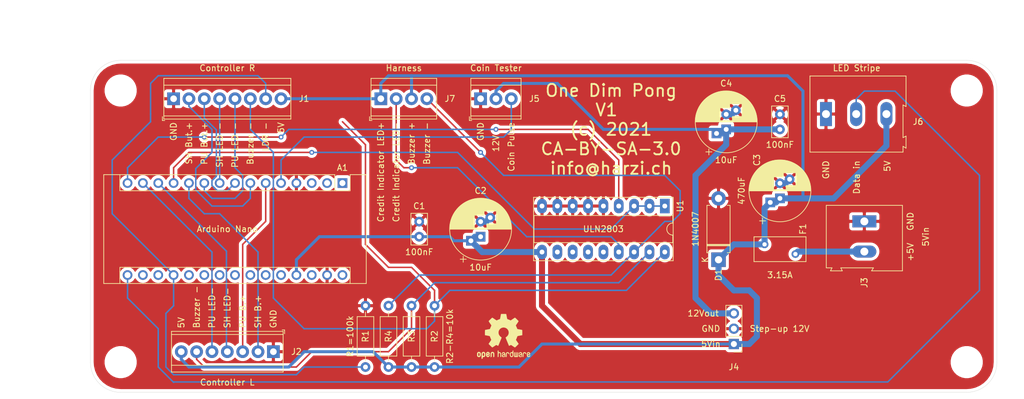
<source format=kicad_pcb>
(kicad_pcb (version 20171130) (host pcbnew 5.1.9+dfsg1-1)
  (layers (0 F.Cu signal) (31 B.Cu signal) (34 B.Paste user) (35 F.Paste user) (36 B.SilkS user) (37 F.SilkS user) (38 B.Mask user) (39 F.Mask user) (44 Edge.Cuts user))
  (net 0 "")
  (net 1 "Net-(A1-Pad16)")
  (net 2 "Net-(A1-Pad15)")
  (net 3 "Net-(A1-Pad30)")
  (net 4 "Net-(A1-Pad14)")
  (net 5 GND)
  (net 6 "Net-(A1-Pad13)")
  (net 7 "Net-(A1-Pad28)")
  (net 8 "Net-(A1-Pad12)")
  (net 9 +5V)
  (net 10 "Net-(A1-Pad11)")
  (net 11 "Net-(A1-Pad26)")
  (net 12 "Net-(A1-Pad10)")
  (net 13 "Net-(A1-Pad25)")
  (net 14 "Net-(A1-Pad9)")
  (net 15 "Net-(A1-Pad24)")
  (net 16 "Net-(A1-Pad8)")
  (net 17 "Net-(A1-Pad23)")
  (net 18 "Net-(A1-Pad7)")
  (net 19 "Net-(A1-Pad22)")
  (net 20 "Net-(A1-Pad6)")
  (net 21 "Net-(A1-Pad21)")
  (net 22 "Net-(A1-Pad5)")
  (net 23 "Net-(A1-Pad20)")
  (net 24 "Net-(A1-Pad19)")
  (net 25 "Net-(A1-Pad3)")
  (net 26 "Net-(A1-Pad18)")
  (net 27 "Net-(A1-Pad2)")
  (net 28 "Net-(A1-Pad17)")
  (net 29 "Net-(A1-Pad1)")
  (net 30 "Net-(C4-Pad1)")
  (net 31 "Net-(J1-Pad6)")
  (net 32 "Net-(J2-Pad6)")
  (net 33 "Net-(J7-Pad4)")
  (net 34 "Net-(J7-Pad2)")
  (net 35 "Net-(U1-Pad14)")
  (net 36 "Net-(U1-Pad13)")
  (net 37 "Net-(U1-Pad12)")
  (net 38 "Net-(U1-Pad11)")
  (net 39 "Net-(F1-Pad2)")
  (module Fuse:Fuse_BelFuse_0ZRE0008FF_L8.3mm_W3.8mm (layer F.Cu) (at 187.96 99.06)
    (fp_text reference F1 (at 6.35 -2.54 90) (layer F.SilkS))
    (fp_text value 3.15A (at 2.54 5.08) (layer F.SilkS))
    (pad 1 thru_hole circle (at 0 0) (size 1.27 1.27) (drill 0.71) (layers *.Cu *.Mask) (net 9 +5V))
    (pad 2 thru_hole circle (at 5.1 1.6) (size 1.27 1.27) (drill 0.71) (layers *.Cu *.Mask) (net 39 "Net-(F1-Pad2)"))
  )
  (module Diode_THT:D_DO-15_P10.16mm_Horizontal (layer F.Cu) (at 180.34 101.6 90)
    (fp_text reference D1 (at -2.54 0 90) (layer F.SilkS))
    (fp_text value 1N4007 (at 5.08 -3.81 90) (layer F.SilkS))
    (fp_text user K (at 0 -2.2 90) (layer F.SilkS))
    (pad 2 thru_hole oval (at 10.16 0 90) (size 2.4 2.4) (drill 1.2) (layers *.Cu *.Mask) (net 5 GND))
    (pad 1 thru_hole rect (at 0 0 90) (size 2.4 2.4) (drill 1.2) (layers *.Cu *.Mask) (net 9 +5V))
  )
  (module Symbol:OSHW-Logo2_9.8x8mm_SilkScreen (layer F.Cu) (at 144.78 114.3)
    (fp_text reference REF** hide)
    (fp_text value OSHW-Logo2_9.8x8mm_SilkScreen hide)
  )
  (module TerminalBlock:TerminalBlock_Altech_AK300-2_P5.00mm (layer F.Cu) (at 204.47 95.25 270)
    (fp_text reference J3 (at 10.16 0 90) (layer F.SilkS))
    (fp_text value 5Vin (at 2.54 -10.16 90) (layer F.SilkS))
    (pad 2 thru_hole oval (at 5 0 270) (size 1.98 3.96) (drill 1.32) (layers *.Cu *.Mask) (net 39 "Net-(F1-Pad2)"))
    (pad 1 thru_hole rect (at 0 0 270) (size 1.98 3.96) (drill 1.32) (layers *.Cu *.Mask) (net 5 GND))
  )
  (module Capacitor_THT:CP_Radial_D10.0mm_P2.50mm_P5.00mm (layer F.Cu) (at 190.5 91.44 90)
    (fp_text reference C3 (at 6.35 -3.81 270) (layer F.SilkS))
    (fp_text value 470uF)
    (pad 2 thru_hole circle (at 3.170937 1.6 90) (size 1.6 1.6) (drill 0.8) (layers *.Cu *.Mask) (net 5 GND))
    (pad 1 thru_hole rect (at -0.670937 -1.6 90) (size 1.6 1.6) (drill 0.8) (layers *.Cu *.Mask) (net 9 +5V))
    (pad 2 thru_hole circle (at 2.5 0 90) (size 1.6 1.6) (drill 0.8) (layers *.Cu *.Mask) (net 5 GND))
    (pad 1 thru_hole rect (at 0 0 90) (size 1.6 1.6) (drill 0.8) (layers *.Cu *.Mask) (net 9 +5V))
  )
  (module TerminalBlock_TE-Connectivity:TerminalBlock_TE_282834-4_1x04_P2.54mm_Horizontal (layer F.Cu) (at 124.46 74.93)
    (fp_text reference J7 (at 11.43 0) (layer F.SilkS))
    (fp_text value Harness (at 3.81 -5.08) (layer F.SilkS))
    (pad 4 thru_hole circle (at 7.62 0) (size 2.1 2.1) (drill 1.1) (layers *.Cu *.Mask) (net 33 "Net-(J7-Pad4)"))
    (pad 3 thru_hole circle (at 5.08 0) (size 2.1 2.1) (drill 1.1) (layers *.Cu *.Mask) (net 9 +5V))
    (pad 2 thru_hole circle (at 2.54 0) (size 2.1 2.1) (drill 1.1) (layers *.Cu *.Mask) (net 34 "Net-(J7-Pad2)"))
    (pad 1 thru_hole rect (at 0 0) (size 2.1 2.1) (drill 1.1) (layers *.Cu *.Mask) (net 9 +5V))
  )
  (module Module:Arduino_Nano (layer F.Cu) (at 118.11 88.9 270)
    (fp_text reference A1 (at -2.54 0 180) (layer F.SilkS))
    (fp_text value Arduino_Nano_v3.x)
    (pad 16 thru_hole oval (at 15.24 35.56 270) (size 1.6 1.6) (drill 1) (layers *.Cu *.Mask) (net 1 "Net-(A1-Pad16)"))
    (pad 15 thru_hole oval (at 0 35.56 270) (size 1.6 1.6) (drill 1) (layers *.Cu *.Mask) (net 2 "Net-(A1-Pad15)"))
    (pad 30 thru_hole oval (at 15.24 0 270) (size 1.6 1.6) (drill 1) (layers *.Cu *.Mask) (net 3 "Net-(A1-Pad30)"))
    (pad 14 thru_hole oval (at 0 33.02 270) (size 1.6 1.6) (drill 1) (layers *.Cu *.Mask) (net 4 "Net-(A1-Pad14)"))
    (pad 29 thru_hole oval (at 15.24 2.54 270) (size 1.6 1.6) (drill 1) (layers *.Cu *.Mask) (net 5 GND))
    (pad 13 thru_hole oval (at 0 30.48 270) (size 1.6 1.6) (drill 1) (layers *.Cu *.Mask) (net 6 "Net-(A1-Pad13)"))
    (pad 28 thru_hole oval (at 15.24 5.08 270) (size 1.6 1.6) (drill 1) (layers *.Cu *.Mask) (net 7 "Net-(A1-Pad28)"))
    (pad 12 thru_hole oval (at 0 27.94 270) (size 1.6 1.6) (drill 1) (layers *.Cu *.Mask) (net 8 "Net-(A1-Pad12)"))
    (pad 27 thru_hole oval (at 15.24 7.62 270) (size 1.6 1.6) (drill 1) (layers *.Cu *.Mask) (net 9 +5V))
    (pad 11 thru_hole oval (at 0 25.4 270) (size 1.6 1.6) (drill 1) (layers *.Cu *.Mask) (net 10 "Net-(A1-Pad11)"))
    (pad 26 thru_hole oval (at 15.24 10.16 270) (size 1.6 1.6) (drill 1) (layers *.Cu *.Mask) (net 11 "Net-(A1-Pad26)"))
    (pad 10 thru_hole oval (at 0 22.86 270) (size 1.6 1.6) (drill 1) (layers *.Cu *.Mask) (net 12 "Net-(A1-Pad10)"))
    (pad 25 thru_hole oval (at 15.24 12.7 270) (size 1.6 1.6) (drill 1) (layers *.Cu *.Mask) (net 13 "Net-(A1-Pad25)"))
    (pad 9 thru_hole oval (at 0 20.32 270) (size 1.6 1.6) (drill 1) (layers *.Cu *.Mask) (net 14 "Net-(A1-Pad9)"))
    (pad 24 thru_hole oval (at 15.24 15.24 270) (size 1.6 1.6) (drill 1) (layers *.Cu *.Mask) (net 15 "Net-(A1-Pad24)"))
    (pad 8 thru_hole oval (at 0 17.78 270) (size 1.6 1.6) (drill 1) (layers *.Cu *.Mask) (net 16 "Net-(A1-Pad8)"))
    (pad 23 thru_hole oval (at 15.24 17.78 270) (size 1.6 1.6) (drill 1) (layers *.Cu *.Mask) (net 17 "Net-(A1-Pad23)"))
    (pad 7 thru_hole oval (at 0 15.24 270) (size 1.6 1.6) (drill 1) (layers *.Cu *.Mask) (net 18 "Net-(A1-Pad7)"))
    (pad 22 thru_hole oval (at 15.24 20.32 270) (size 1.6 1.6) (drill 1) (layers *.Cu *.Mask) (net 19 "Net-(A1-Pad22)"))
    (pad 6 thru_hole oval (at 0 12.7 270) (size 1.6 1.6) (drill 1) (layers *.Cu *.Mask) (net 20 "Net-(A1-Pad6)"))
    (pad 21 thru_hole oval (at 15.24 22.86 270) (size 1.6 1.6) (drill 1) (layers *.Cu *.Mask) (net 21 "Net-(A1-Pad21)"))
    (pad 5 thru_hole oval (at 0 10.16 270) (size 1.6 1.6) (drill 1) (layers *.Cu *.Mask) (net 22 "Net-(A1-Pad5)"))
    (pad 20 thru_hole oval (at 15.24 25.4 270) (size 1.6 1.6) (drill 1) (layers *.Cu *.Mask) (net 23 "Net-(A1-Pad20)"))
    (pad 4 thru_hole oval (at 0 7.62 270) (size 1.6 1.6) (drill 1) (layers *.Cu *.Mask) (net 5 GND))
    (pad 19 thru_hole oval (at 15.24 27.94 270) (size 1.6 1.6) (drill 1) (layers *.Cu *.Mask) (net 24 "Net-(A1-Pad19)"))
    (pad 3 thru_hole oval (at 0 5.08 270) (size 1.6 1.6) (drill 1) (layers *.Cu *.Mask) (net 25 "Net-(A1-Pad3)"))
    (pad 18 thru_hole oval (at 15.24 30.48 270) (size 1.6 1.6) (drill 1) (layers *.Cu *.Mask) (net 26 "Net-(A1-Pad18)"))
    (pad 2 thru_hole oval (at 0 2.54 270) (size 1.6 1.6) (drill 1) (layers *.Cu *.Mask) (net 27 "Net-(A1-Pad2)"))
    (pad 17 thru_hole oval (at 15.24 33.02 270) (size 1.6 1.6) (drill 1) (layers *.Cu *.Mask) (net 28 "Net-(A1-Pad17)"))
    (pad 1 thru_hole rect (at 0 0 270) (size 1.6 1.6) (drill 1) (layers *.Cu *.Mask) (net 29 "Net-(A1-Pad1)"))
  )
  (module MountingHole:MountingHole_4.3mm_M4 (layer F.Cu) (at 221.41 73.57)
    (fp_text reference REF** hide)
    (fp_text value MountingHole_4.3mm_M4)
    (pad 1 np_thru_hole circle (at 0 0) (size 4.3 4.3) (drill 4.3) (layers *.Cu *.Mask))
  )
  (module MountingHole:MountingHole_4.3mm_M4 (layer F.Cu) (at 81.41 73.57)
    (fp_text reference REF** hide)
    (fp_text value MountingHole_4.3mm_M4)
    (pad 1 np_thru_hole circle (at 0 0) (size 4.3 4.3) (drill 4.3) (layers *.Cu *.Mask))
  )
  (module MountingHole:MountingHole_4.3mm_M4 (layer F.Cu) (at 221.41 118.57)
    (fp_text reference REF** hide)
    (fp_text value MountingHole_4.3mm_M4)
    (pad 1 np_thru_hole circle (at 0 0) (size 4.3 4.3) (drill 4.3) (layers *.Cu *.Mask))
  )
  (module MountingHole:MountingHole_4.3mm_M4 (layer F.Cu) (at 81.41 118.57)
    (fp_text reference REF** hide)
    (fp_text value MountingHole_4.3mm_M4)
    (pad 1 np_thru_hole circle (at 0 0) (size 4.3 4.3) (drill 4.3) (layers *.Cu *.Mask))
  )
  (module Package_DIP:DIP-18_W7.62mm_Socket_LongPads (layer F.Cu) (at 171.45 92.71 270)
    (fp_text reference U1 (at 0 -2.54 90) (layer F.SilkS))
    (fp_text value ULN2803A)
    (pad 18 thru_hole oval (at 7.62 0 270) (size 2.4 1.6) (drill 0.8) (layers *.Cu *.Mask) (net 31 "Net-(J1-Pad6)"))
    (pad 9 thru_hole oval (at 0 20.32 270) (size 2.4 1.6) (drill 0.8) (layers *.Cu *.Mask) (net 5 GND))
    (pad 17 thru_hole oval (at 7.62 2.54 270) (size 2.4 1.6) (drill 0.8) (layers *.Cu *.Mask) (net 32 "Net-(J2-Pad6)"))
    (pad 8 thru_hole oval (at 0 17.78 270) (size 2.4 1.6) (drill 0.8) (layers *.Cu *.Mask) (net 5 GND))
    (pad 16 thru_hole oval (at 7.62 5.08 270) (size 2.4 1.6) (drill 0.8) (layers *.Cu *.Mask) (net 33 "Net-(J7-Pad4)"))
    (pad 7 thru_hole oval (at 0 15.24 270) (size 2.4 1.6) (drill 0.8) (layers *.Cu *.Mask) (net 5 GND))
    (pad 15 thru_hole oval (at 7.62 7.62 270) (size 2.4 1.6) (drill 0.8) (layers *.Cu *.Mask) (net 34 "Net-(J7-Pad2)"))
    (pad 6 thru_hole oval (at 0 12.7 270) (size 2.4 1.6) (drill 0.8) (layers *.Cu *.Mask) (net 5 GND))
    (pad 14 thru_hole oval (at 7.62 10.16 270) (size 2.4 1.6) (drill 0.8) (layers *.Cu *.Mask) (net 35 "Net-(U1-Pad14)"))
    (pad 5 thru_hole oval (at 0 10.16 270) (size 2.4 1.6) (drill 0.8) (layers *.Cu *.Mask) (net 5 GND))
    (pad 13 thru_hole oval (at 7.62 12.7 270) (size 2.4 1.6) (drill 0.8) (layers *.Cu *.Mask) (net 36 "Net-(U1-Pad13)"))
    (pad 4 thru_hole oval (at 0 7.62 270) (size 2.4 1.6) (drill 0.8) (layers *.Cu *.Mask) (net 2 "Net-(A1-Pad15)"))
    (pad 12 thru_hole oval (at 7.62 15.24 270) (size 2.4 1.6) (drill 0.8) (layers *.Cu *.Mask) (net 37 "Net-(U1-Pad12)"))
    (pad 3 thru_hole oval (at 0 5.08 270) (size 2.4 1.6) (drill 0.8) (layers *.Cu *.Mask) (net 8 "Net-(A1-Pad12)"))
    (pad 11 thru_hole oval (at 7.62 17.78 270) (size 2.4 1.6) (drill 0.8) (layers *.Cu *.Mask) (net 38 "Net-(U1-Pad11)"))
    (pad 2 thru_hole oval (at 0 2.54 270) (size 2.4 1.6) (drill 0.8) (layers *.Cu *.Mask) (net 8 "Net-(A1-Pad12)"))
    (pad 10 thru_hole oval (at 7.62 20.32 270) (size 2.4 1.6) (drill 0.8) (layers *.Cu *.Mask) (net 9 +5V))
    (pad 1 thru_hole rect (at 0 0 270) (size 2.4 1.6) (drill 0.8) (layers *.Cu *.Mask) (net 8 "Net-(A1-Pad12)"))
  )
  (module Resistor_THT:R_Axial_DIN0207_L6.3mm_D2.5mm_P10.16mm_Horizontal (layer F.Cu) (at 125.73 109.22 270)
    (fp_text reference R4 (at 5.08 0 90) (layer F.SilkS))
    (fp_text value 10k)
    (pad 2 thru_hole oval (at 10.16 0 270) (size 1.6 1.6) (drill 0.8) (layers *.Cu *.Mask) (net 9 +5V))
    (pad 1 thru_hole circle (at 0 0 270) (size 1.6 1.6) (drill 0.8) (layers *.Cu *.Mask) (net 33 "Net-(J7-Pad4)"))
  )
  (module Resistor_THT:R_Axial_DIN0207_L6.3mm_D2.5mm_P10.16mm_Horizontal (layer F.Cu) (at 129.54 109.22 270)
    (fp_text reference R3 (at 5.08 0 90) (layer F.SilkS))
    (fp_text value 10k)
    (pad 2 thru_hole oval (at 10.16 0 270) (size 1.6 1.6) (drill 0.8) (layers *.Cu *.Mask) (net 9 +5V))
    (pad 1 thru_hole circle (at 0 0 270) (size 1.6 1.6) (drill 0.8) (layers *.Cu *.Mask) (net 32 "Net-(J2-Pad6)"))
  )
  (module Resistor_THT:R_Axial_DIN0207_L6.3mm_D2.5mm_P10.16mm_Horizontal (layer F.Cu) (at 133.35 109.22 270)
    (fp_text reference R2 (at 5.08 0 90) (layer F.SilkS))
    (fp_text value 10k)
    (pad 2 thru_hole oval (at 10.16 0 270) (size 1.6 1.6) (drill 0.8) (layers *.Cu *.Mask) (net 9 +5V))
    (pad 1 thru_hole circle (at 0 0 270) (size 1.6 1.6) (drill 0.8) (layers *.Cu *.Mask) (net 31 "Net-(J1-Pad6)"))
  )
  (module Resistor_THT:R_Axial_DIN0207_L6.3mm_D2.5mm_P10.16mm_Horizontal (layer F.Cu) (at 121.92 119.38 90)
    (fp_text reference R1 (at 5.08 0 90) (layer F.SilkS))
    (fp_text value 100k)
    (pad 2 thru_hole oval (at 10.16 0 90) (size 1.6 1.6) (drill 0.8) (layers *.Cu *.Mask) (net 5 GND))
    (pad 1 thru_hole circle (at 0 0 90) (size 1.6 1.6) (drill 0.8) (layers *.Cu *.Mask) (net 24 "Net-(A1-Pad19)"))
  )
  (module TerminalBlock:TerminalBlock_Altech_AK300-3_P5.00mm (layer F.Cu) (at 198.12 77.47)
    (fp_text reference J6 (at 15.24 1.27) (layer F.SilkS))
    (fp_text value "LED Stripe" (at 5.08 -7.62) (layer F.SilkS))
    (pad 3 thru_hole oval (at 10 0) (size 1.98 3.96) (drill 1.32) (layers *.Cu *.Mask) (net 9 +5V))
    (pad 2 thru_hole oval (at 5 0) (size 1.98 3.96) (drill 1.32) (layers *.Cu *.Mask) (net 1 "Net-(A1-Pad16)"))
    (pad 1 thru_hole rect (at 0 0) (size 1.98 3.96) (drill 1.32) (layers *.Cu *.Mask) (net 5 GND))
  )
  (module TerminalBlock_TE-Connectivity:TerminalBlock_TE_282834-3_1x03_P2.54mm_Horizontal (layer F.Cu) (at 140.97 74.93)
    (fp_text reference J5 (at 8.89 0) (layer F.SilkS))
    (fp_text value "Coin Tester" (at 2.54 -5.08) (layer F.SilkS))
    (pad 3 thru_hole circle (at 5.08 0) (size 2.1 2.1) (drill 1.1) (layers *.Cu *.Mask) (net 22 "Net-(A1-Pad5)"))
    (pad 2 thru_hole circle (at 2.54 0) (size 2.1 2.1) (drill 1.1) (layers *.Cu *.Mask) (net 30 "Net-(C4-Pad1)"))
    (pad 1 thru_hole rect (at 0 0) (size 2.1 2.1) (drill 1.1) (layers *.Cu *.Mask) (net 5 GND))
  )
  (module Connector_PinHeader_2.54mm:PinHeader_1x03_P2.54mm_Vertical (layer F.Cu) (at 182.88 115.57 180)
    (fp_text reference J4 (at 0 -3.81) (layer F.SilkS))
    (fp_text value "Step-up 12V" (at -2.54 2.54) (layer F.SilkS) (effects (justify left)))
    (pad 3 thru_hole oval (at 0 5.08 180) (size 1.7 1.7) (drill 1) (layers *.Cu *.Mask) (net 30 "Net-(C4-Pad1)"))
    (pad 2 thru_hole oval (at 0 2.54 180) (size 1.7 1.7) (drill 1) (layers *.Cu *.Mask) (net 5 GND))
    (pad 1 thru_hole rect (at 0 0 180) (size 1.7 1.7) (drill 1) (layers *.Cu *.Mask) (net 9 +5V))
  )
  (module TerminalBlock_TE-Connectivity:TerminalBlock_TE_282834-7_1x07_P2.54mm_Horizontal (layer F.Cu) (at 106.68 116.84 180)
    (fp_text reference J2 (at -3.81 0) (layer F.SilkS))
    (fp_text value "Controller L" (at 7.62 -5.08) (layer F.SilkS))
    (pad 7 thru_hole circle (at 15.24 0 180) (size 2.1 2.1) (drill 1.1) (layers *.Cu *.Mask) (net 9 +5V))
    (pad 6 thru_hole circle (at 12.7 0 180) (size 2.1 2.1) (drill 1.1) (layers *.Cu *.Mask) (net 32 "Net-(J2-Pad6)"))
    (pad 5 thru_hole circle (at 10.16 0 180) (size 2.1 2.1) (drill 1.1) (layers *.Cu *.Mask) (net 4 "Net-(A1-Pad14)"))
    (pad 4 thru_hole circle (at 7.62 0 180) (size 2.1 2.1) (drill 1.1) (layers *.Cu *.Mask) (net 6 "Net-(A1-Pad13)"))
    (pad 3 thru_hole circle (at 5.08 0 180) (size 2.1 2.1) (drill 1.1) (layers *.Cu *.Mask) (net 20 "Net-(A1-Pad6)"))
    (pad 2 thru_hole circle (at 2.54 0 180) (size 2.1 2.1) (drill 1.1) (layers *.Cu *.Mask) (net 10 "Net-(A1-Pad11)"))
    (pad 1 thru_hole rect (at 0 0 180) (size 2.1 2.1) (drill 1.1) (layers *.Cu *.Mask) (net 5 GND))
  )
  (module TerminalBlock_TE-Connectivity:TerminalBlock_TE_282834-8_1x08_P2.54mm_Horizontal (layer F.Cu) (at 90.17 74.93)
    (fp_text reference J1 (at 21.59 0) (layer F.SilkS))
    (fp_text value "Controller R" (at 8.89 -5.08) (layer F.SilkS))
    (pad 8 thru_hole circle (at 17.78 0) (size 2.1 2.1) (drill 1.1) (layers *.Cu *.Mask) (net 9 +5V))
    (pad 7 thru_hole circle (at 15.24 0) (size 2.1 2.1) (drill 1.1) (layers *.Cu *.Mask) (net 24 "Net-(A1-Pad19)"))
    (pad 6 thru_hole circle (at 12.7 0) (size 2.1 2.1) (drill 1.1) (layers *.Cu *.Mask) (net 31 "Net-(J1-Pad6)"))
    (pad 5 thru_hole circle (at 10.16 0) (size 2.1 2.1) (drill 1.1) (layers *.Cu *.Mask) (net 12 "Net-(A1-Pad10)"))
    (pad 4 thru_hole circle (at 7.62 0) (size 2.1 2.1) (drill 1.1) (layers *.Cu *.Mask) (net 14 "Net-(A1-Pad9)"))
    (pad 3 thru_hole circle (at 5.08 0) (size 2.1 2.1) (drill 1.1) (layers *.Cu *.Mask) (net 16 "Net-(A1-Pad8)"))
    (pad 2 thru_hole circle (at 2.54 0) (size 2.1 2.1) (drill 1.1) (layers *.Cu *.Mask) (net 18 "Net-(A1-Pad7)"))
    (pad 1 thru_hole rect (at 0 0) (size 2.1 2.1) (drill 1.1) (layers *.Cu *.Mask) (net 5 GND))
  )
  (module Capacitor_THT:C_Disc_D5.0mm_W2.5mm_P2.50mm (layer F.Cu) (at 190.5 80.01 90)
    (fp_text reference C5 (at 5.08 0 180) (layer F.SilkS))
    (fp_text value 100nF)
    (pad 2 thru_hole circle (at 2.5 0 90) (size 1.6 1.6) (drill 0.8) (layers *.Cu *.Mask) (net 5 GND))
    (pad 1 thru_hole circle (at 0 0 90) (size 1.6 1.6) (drill 0.8) (layers *.Cu *.Mask) (net 30 "Net-(C4-Pad1)"))
  )
  (module Capacitor_THT:CP_Radial_D10.0mm_P2.50mm_P5.00mm (layer F.Cu) (at 181.61 80.01 90)
    (fp_text reference C4 (at 7.62 0 180) (layer F.SilkS))
    (fp_text value 10uF)
    (pad 2 thru_hole circle (at 3.170937 1.6 90) (size 1.6 1.6) (drill 0.8) (layers *.Cu *.Mask) (net 5 GND))
    (pad 1 thru_hole rect (at -0.670937 -1.6 90) (size 1.6 1.6) (drill 0.8) (layers *.Cu *.Mask) (net 30 "Net-(C4-Pad1)"))
    (pad 2 thru_hole circle (at 2.5 0 90) (size 1.6 1.6) (drill 0.8) (layers *.Cu *.Mask) (net 5 GND))
    (pad 1 thru_hole rect (at 0 0 90) (size 1.6 1.6) (drill 0.8) (layers *.Cu *.Mask) (net 30 "Net-(C4-Pad1)"))
  )
  (module Capacitor_THT:CP_Radial_D10.0mm_P2.50mm_P5.00mm (layer F.Cu) (at 140.97 97.79 90)
    (fp_text reference C2 (at 7.62 0 180) (layer F.SilkS))
    (fp_text value 10uF)
    (pad 2 thru_hole circle (at 3.170937 1.6 90) (size 1.6 1.6) (drill 0.8) (layers *.Cu *.Mask) (net 5 GND))
    (pad 1 thru_hole rect (at -0.670937 -1.6 90) (size 1.6 1.6) (drill 0.8) (layers *.Cu *.Mask) (net 9 +5V))
    (pad 2 thru_hole circle (at 2.5 0 90) (size 1.6 1.6) (drill 0.8) (layers *.Cu *.Mask) (net 5 GND))
    (pad 1 thru_hole rect (at 0 0 90) (size 1.6 1.6) (drill 0.8) (layers *.Cu *.Mask) (net 9 +5V))
  )
  (module Capacitor_THT:C_Disc_D5.0mm_W2.5mm_P2.50mm (layer F.Cu) (at 130.81 97.79 90)
    (fp_text reference C1 (at 5.08 0 180) (layer F.SilkS))
    (fp_text value 100nF)
    (pad 2 thru_hole circle (at 2.5 0 90) (size 1.6 1.6) (drill 0.8) (layers *.Cu *.Mask) (net 5 GND))
    (pad 1 thru_hole circle (at 0 0 90) (size 1.6 1.6) (drill 0.8) (layers *.Cu *.Mask) (net 9 +5V))
  )
  (gr_text ULN2803 (at 161.29 96.52) (layer F.SilkS) (effects (font (size 1 1))))
  (gr_text "Arduino Nano" (at 99.06 96.52) (layer F.SilkS) (effects (font (size 1 1))))
  (gr_text 10uF (at 181.61 85.09) (layer F.SilkS) (effects (font (size 1 1))))
  (gr_text 100nF (at 190.5 82.55) (layer F.SilkS) (effects (font (size 1 1))))
  (gr_text 470uF (at 184.15 90.17 90) (layer F.SilkS) (effects (font (size 1 1))))
  (gr_text 10uF (at 140.97 102.87) (layer F.SilkS) (effects (font (size 1 1))))
  (gr_text 100nF (at 130.81 100.33) (layer F.SilkS) (effects (font (size 1 1))))
  (gr_text R1=100k (at 119.38 114.3 90) (layer F.SilkS) (effects (font (size 1 1))))
  (gr_text R2-R4=10k (at 135.89 114.3 90) (layer F.SilkS) (effects (font (size 1 1))))
  (gr_text 5V (at 107.95 78.74 90) (layer F.SilkS) (effects (font (size 1 1)) (justify right)))
  (gr_text "Buzzer -" (at 93.98 113.03 90) (layer F.SilkS) (effects (font (size 1 1)) (justify left)))
  (gr_text 5V (at 91.44 113.03 90) (layer F.SilkS) (effects (font (size 1 1)) (justify left)))
  (gr_text "PU LED-" (at 96.52 113.03 90) (layer F.SilkS) (effects (font (size 1 1)) (justify left)))
  (gr_text "SH LED-" (at 99.06 113.03 90) (layer F.SilkS) (effects (font (size 1 1)) (justify left)))
  (gr_text "PU B.+" (at 101.6 113.03 90) (layer F.SilkS) (effects (font (size 1 1)) (justify left)))
  (gr_text "SH B.+" (at 104.14 113.03 90) (layer F.SilkS) (effects (font (size 1 1)) (justify left)))
  (gr_text GND (at 106.68 113.03 90) (layer F.SilkS) (effects (font (size 1 1)) (justify left)))
  (gr_text "LDR -" (at 105.41 78.74 90) (layer F.SilkS) (effects (font (size 1 1)) (justify right)))
  (gr_text "Buzzer -" (at 102.87 78.74 90) (layer F.SilkS) (effects (font (size 1 1)) (justify right)))
  (gr_text "PU LED -" (at 100.33 78.74 90) (layer F.SilkS) (effects (font (size 1 1)) (justify right)))
  (gr_text "SH LED -" (at 97.79 78.74 90) (layer F.SilkS) (effects (font (size 1 1)) (justify right)))
  (gr_text "PU But.+" (at 95.25 78.74 90) (layer F.SilkS) (effects (font (size 1 1)) (justify right)))
  (gr_text GND (at 90.17 78.74 90) (layer F.SilkS) (effects (font (size 1 1)) (justify right)))
  (gr_text "SH But.+" (at 92.71 78.74 90) (layer F.SilkS) (effects (font (size 1 1)) (justify right)))
  (gr_text "Coin Pulse" (at 146.05 78.74 90) (layer F.SilkS) (effects (font (size 1 1)) (justify right)))
  (gr_text 12V (at 143.51 83.82 90) (layer F.SilkS) (effects (font (size 1 1)) (justify left)))
  (gr_text GND (at 140.97 78.74 90) (layer F.SilkS) (effects (font (size 1 1)) (justify right)))
  (gr_text "Buzzer -" (at 132.08 78.74 90) (layer F.SilkS) (effects (font (size 1 1)) (justify right)))
  (gr_text "Credit Indicator LED-" (at 127 78.74 90) (layer F.SilkS) (effects (font (size 1 1)) (justify right)))
  (gr_text "Buzzer +" (at 129.54 78.74 90) (layer F.SilkS) (effects (font (size 1 1)) (justify right)))
  (gr_text "Credit Indicator LED+" (at 124.46 78.74 90) (layer F.SilkS) (effects (font (size 1 1)) (justify right)))
  (gr_text 5V (at 208.28 85.09 90) (layer F.SilkS) (effects (font (size 1 1)) (justify right)))
  (gr_text "Data in" (at 203.2 85.09 90) (layer F.SilkS) (effects (font (size 1 1)) (justify right)))
  (gr_text GND (at 198.12 85.09 90) (layer F.SilkS) (effects (font (size 1 1)) (justify right)))
  (gr_text GND (at 212.09 95.25 90) (layer F.SilkS) (effects (font (size 1 1))))
  (gr_text +5V (at 212.09 100.33 90) (layer F.SilkS) (effects (font (size 1 1))))
  (gr_text 12Vout (at 177.8 110.49) (layer F.SilkS) (effects (font (size 1 1))))
  (gr_text GND (at 179.07 113.03) (layer F.SilkS) (effects (font (size 1 1))))
  (gr_text 5Vin (at 179.07 115.57) (layer F.SilkS) (effects (font (size 1 1))))
  (gr_text "One Dim Pong\nV1 \n(c) 2021\nCA-BY-SA-3.0\ninfo@harzi.ch" (at 162.56 80.01) (layer F.SilkS) (effects (font (size 2 2) (thickness 0.3))))
  (gr_line (start 76.41 118.57) (end 76.41 73.57) (layer Edge.Cuts) (width 0.05))
  (gr_line (start 221.41 123.57) (end 81.41 123.57) (layer Edge.Cuts) (width 0.05))
  (gr_line (start 226.41 73.57) (end 226.41 118.57) (layer Edge.Cuts) (width 0.05))
  (gr_arc (start 221.41 73.57) (end 226.41 73.57) (angle -90) (layer Edge.Cuts) (width 0.05))
  (gr_arc (start 221.41 118.57) (end 221.41 123.57) (angle -90) (layer Edge.Cuts) (width 0.05))
  (gr_arc (start 81.41 118.57) (end 76.41 118.57) (angle -90) (layer Edge.Cuts) (width 0.05))
  (gr_arc (start 81.41 73.57) (end 81.41 68.57) (angle -90) (layer Edge.Cuts) (width 0.05))
  (gr_line (start 221.41 68.57) (end 81.41 68.57) (layer Edge.Cuts) (width 0.05))
  (segment (start 203.12 75.01) (end 203.12 77.47) (width 0.25) (layer B.Cu) (net 1))
  (segment (start 204.47 73.66) (end 203.12 75.01) (width 0.25) (layer B.Cu) (net 1))
  (segment (start 209.55 73.66) (end 204.47 73.66) (width 0.25) (layer B.Cu) (net 1))
  (segment (start 90.231992 121.858008) (end 208.341992 121.858008) (width 0.25) (layer B.Cu) (net 1))
  (segment (start 223.52 87.63) (end 209.55 73.66) (width 0.25) (layer B.Cu) (net 1))
  (segment (start 90.17 121.92) (end 90.231992 121.858008) (width 0.25) (layer B.Cu) (net 1))
  (segment (start 87.63 119.38) (end 90.17 121.92) (width 0.25) (layer B.Cu) (net 1))
  (segment (start 223.52 106.68) (end 223.52 87.63) (width 0.25) (layer B.Cu) (net 1))
  (segment (start 208.341992 121.858008) (end 223.52 106.68) (width 0.25) (layer B.Cu) (net 1))
  (segment (start 87.63 113.03) (end 87.63 119.38) (width 0.25) (layer B.Cu) (net 1))
  (segment (start 82.55 107.95) (end 87.63 113.03) (width 0.25) (layer B.Cu) (net 1))
  (segment (start 82.55 104.14) (end 82.55 107.95) (width 0.25) (layer B.Cu) (net 1))
  (segment (start 82.55 88.9) (end 82.55 86.36) (width 0.25) (layer B.Cu) (net 2))
  (segment (start 87.63 81.28) (end 95.25 81.28) (width 0.25) (layer B.Cu) (net 2))
  (via (at 95.25 81.28) (size 0.8) (drill 0.4) (layers F.Cu B.Cu) (net 2))
  (segment (start 82.55 86.36) (end 87.63 81.28) (width 0.25) (layer B.Cu) (net 2))
  (via (at 107.95 81.28) (size 0.8) (drill 0.4) (layers F.Cu B.Cu) (net 2))
  (segment (start 95.25 81.28) (end 107.95 81.28) (width 0.25) (layer F.Cu) (net 2))
  (segment (start 107.95 81.28) (end 109.22 80.01) (width 0.25) (layer B.Cu) (net 2))
  (via (at 143.51 80.01) (size 0.8) (drill 0.4) (layers F.Cu B.Cu) (net 2))
  (segment (start 109.22 80.01) (end 143.51 80.01) (width 0.25) (layer B.Cu) (net 2))
  (segment (start 143.51 80.01) (end 158.75 80.01) (width 0.25) (layer F.Cu) (net 2))
  (segment (start 163.83 85.09) (end 163.83 92.71) (width 0.25) (layer F.Cu) (net 2))
  (segment (start 158.75 80.01) (end 163.83 85.09) (width 0.25) (layer F.Cu) (net 2))
  (segment (start 96.52 100.33) (end 96.52 116.84) (width 0.25) (layer B.Cu) (net 4))
  (segment (start 85.09 88.9) (end 96.52 100.33) (width 0.25) (layer B.Cu) (net 4))
  (segment (start 182.539063 77.51) (end 183.21 76.839063) (width 1) (layer B.Cu) (net 5))
  (segment (start 181.61 77.51) (end 182.539063 77.51) (width 1) (layer B.Cu) (net 5))
  (segment (start 141.899063 95.29) (end 142.57 94.619063) (width 1) (layer B.Cu) (net 5))
  (segment (start 140.97 95.29) (end 141.899063 95.29) (width 1) (layer B.Cu) (net 5))
  (segment (start 191.429063 88.94) (end 192.1 88.269063) (width 1) (layer B.Cu) (net 5))
  (segment (start 190.5 88.94) (end 191.429063 88.94) (width 1) (layer B.Cu) (net 5))
  (segment (start 98.915001 116.695001) (end 99.06 116.84) (width 0.25) (layer B.Cu) (net 6))
  (segment (start 98.915001 100.185001) (end 98.915001 116.695001) (width 0.25) (layer B.Cu) (net 6))
  (segment (start 87.63 88.9) (end 98.915001 100.185001) (width 0.25) (layer B.Cu) (net 6))
  (segment (start 171.45 92.71) (end 166.37 92.71) (width 0.25) (layer B.Cu) (net 8))
  (segment (start 166.37 92.71) (end 162.56 96.52) (width 0.25) (layer B.Cu) (net 8))
  (segment (start 162.56 96.52) (end 149.86 96.52) (width 0.25) (layer B.Cu) (net 8))
  (segment (start 149.86 96.52) (end 144.78 91.44) (width 0.25) (layer B.Cu) (net 8))
  (segment (start 144.78 91.44) (end 138.43 85.09) (width 0.25) (layer B.Cu) (net 8))
  (segment (start 138.43 85.09) (end 137.16 83.82) (width 0.25) (layer B.Cu) (net 8))
  (via (at 113.03 83.82) (size 0.8) (drill 0.4) (layers F.Cu B.Cu) (net 8))
  (segment (start 137.16 83.82) (end 113.03 83.82) (width 0.25) (layer B.Cu) (net 8))
  (segment (start 113.03 83.82) (end 92.71 83.82) (width 0.25) (layer F.Cu) (net 8))
  (segment (start 92.71 83.82) (end 90.17 86.36) (width 0.25) (layer F.Cu) (net 8))
  (segment (start 90.17 86.36) (end 90.17 88.9) (width 0.25) (layer F.Cu) (net 8))
  (segment (start 125.73 119.38) (end 129.54 119.38) (width 0.5) (layer B.Cu) (net 9))
  (segment (start 129.54 119.38) (end 133.35 119.38) (width 0.5) (layer B.Cu) (net 9))
  (segment (start 110.49 104.14) (end 110.49 101.6) (width 0.5) (layer B.Cu) (net 9))
  (segment (start 110.49 101.6) (end 114.3 97.79) (width 0.5) (layer B.Cu) (net 9))
  (segment (start 129.54 72.39) (end 129.54 74.93) (width 0.5) (layer B.Cu) (net 9))
  (segment (start 123.19 116.84) (end 125.73 119.38) (width 0.5) (layer B.Cu) (net 9))
  (segment (start 109.22 119.38) (end 111.76 116.84) (width 0.5) (layer B.Cu) (net 9))
  (segment (start 92.71 119.38) (end 109.22 119.38) (width 0.5) (layer B.Cu) (net 9))
  (segment (start 91.44 118.11) (end 92.71 119.38) (width 0.5) (layer B.Cu) (net 9))
  (segment (start 111.76 116.84) (end 123.19 116.84) (width 0.5) (layer B.Cu) (net 9))
  (segment (start 91.44 116.84) (end 91.44 118.11) (width 0.5) (layer B.Cu) (net 9))
  (segment (start 114.3 97.79) (end 127 97.79) (width 0.5) (layer B.Cu) (net 9))
  (segment (start 129.54 72.39) (end 129.54 71.12) (width 0.5) (layer B.Cu) (net 9))
  (segment (start 151.13 109.22) (end 151.13 100.33) (width 1) (layer F.Cu) (net 9))
  (segment (start 157.48 115.57) (end 151.13 109.22) (width 1) (layer F.Cu) (net 9))
  (segment (start 182.88 115.57) (end 157.48 115.57) (width 1) (layer F.Cu) (net 9))
  (segment (start 120.65 74.93) (end 107.95 74.93) (width 0.5) (layer B.Cu) (net 9))
  (segment (start 141.239063 100.33) (end 139.37 98.460937) (width 1) (layer B.Cu) (net 9))
  (segment (start 151.13 100.33) (end 141.239063 100.33) (width 1) (layer B.Cu) (net 9))
  (segment (start 140.040937 97.79) (end 139.37 98.460937) (width 1) (layer B.Cu) (net 9))
  (segment (start 140.97 97.79) (end 140.040937 97.79) (width 1) (layer B.Cu) (net 9))
  (segment (start 127 97.79) (end 130.81 97.79) (width 0.5) (layer B.Cu) (net 9))
  (segment (start 139.37 98.460937) (end 136.560937 98.460937) (width 0.5) (layer B.Cu) (net 9))
  (segment (start 135.89 97.79) (end 130.81 97.79) (width 0.5) (layer B.Cu) (net 9))
  (segment (start 136.560937 98.460937) (end 135.89 97.79) (width 0.5) (layer B.Cu) (net 9))
  (segment (start 124.46 74.93) (end 120.65 74.93) (width 0.5) (layer B.Cu) (net 9))
  (segment (start 124.46 74.93) (end 124.46 72.39) (width 0.5) (layer B.Cu) (net 9))
  (segment (start 124.46 72.39) (end 125.73 71.12) (width 0.5) (layer B.Cu) (net 9))
  (segment (start 125.73 71.12) (end 129.54 71.12) (width 0.5) (layer B.Cu) (net 9))
  (segment (start 194.31 73.66) (end 194.31 82.55) (width 0.5) (layer B.Cu) (net 9))
  (segment (start 191.77 71.12) (end 194.31 73.66) (width 0.5) (layer B.Cu) (net 9))
  (segment (start 129.54 71.12) (end 191.77 71.12) (width 0.5) (layer B.Cu) (net 9))
  (segment (start 182.88 115.57) (end 151.13 115.57) (width 0.5) (layer B.Cu) (net 9))
  (segment (start 147.32 119.38) (end 133.35 119.38) (width 0.5) (layer B.Cu) (net 9))
  (segment (start 151.13 115.57) (end 147.32 119.38) (width 0.5) (layer B.Cu) (net 9))
  (segment (start 187.96 93.050937) (end 188.9 92.110937) (width 1) (layer B.Cu) (net 9))
  (segment (start 187.96 99.06) (end 187.96 93.050937) (width 1) (layer B.Cu) (net 9))
  (segment (start 189.829063 92.110937) (end 190.5 91.44) (width 1) (layer B.Cu) (net 9))
  (segment (start 188.9 92.110937) (end 189.829063 92.110937) (width 1) (layer B.Cu) (net 9))
  (segment (start 182.88 99.06) (end 180.34 101.6) (width 1) (layer B.Cu) (net 9))
  (segment (start 187.96 99.06) (end 182.88 99.06) (width 1) (layer B.Cu) (net 9))
  (segment (start 180.34 101.6) (end 180.34 104.14) (width 1) (layer B.Cu) (net 9))
  (segment (start 180.34 104.14) (end 182.88 106.68) (width 1) (layer B.Cu) (net 9))
  (segment (start 182.88 106.68) (end 185.42 106.68) (width 1) (layer B.Cu) (net 9))
  (segment (start 185.42 106.68) (end 186.69 107.95) (width 1) (layer B.Cu) (net 9))
  (segment (start 186.69 107.95) (end 186.69 114.3) (width 1) (layer B.Cu) (net 9))
  (segment (start 185.42 115.57) (end 182.88 115.57) (width 1) (layer B.Cu) (net 9))
  (segment (start 186.69 114.3) (end 185.42 115.57) (width 1) (layer B.Cu) (net 9))
  (segment (start 208.12 82.71) (end 208.12 77.47) (width 1) (layer B.Cu) (net 9))
  (segment (start 199.39 91.44) (end 208.12 82.71) (width 1) (layer B.Cu) (net 9))
  (segment (start 194.31 82.55) (end 194.31 91.44) (width 0.5) (layer B.Cu) (net 9))
  (segment (start 194.31 91.44) (end 199.39 91.44) (width 1) (layer B.Cu) (net 9))
  (segment (start 190.5 91.44) (end 194.31 91.44) (width 1) (layer B.Cu) (net 9))
  (segment (start 92.71 91.44) (end 92.71 88.9) (width 0.25) (layer B.Cu) (net 10))
  (segment (start 97.79 93.98) (end 95.25 93.98) (width 0.25) (layer B.Cu) (net 10))
  (segment (start 95.25 93.98) (end 92.71 91.44) (width 0.25) (layer B.Cu) (net 10))
  (segment (start 104.14 100.33) (end 97.79 93.98) (width 0.25) (layer B.Cu) (net 10))
  (segment (start 104.14 116.84) (end 104.14 100.33) (width 0.25) (layer B.Cu) (net 10))
  (segment (start 100.33 86.36) (end 100.33 74.93) (width 0.25) (layer B.Cu) (net 12))
  (segment (start 101.6 90.17) (end 101.6 87.63) (width 0.25) (layer B.Cu) (net 12))
  (segment (start 100.33 91.44) (end 101.6 90.17) (width 0.25) (layer B.Cu) (net 12))
  (segment (start 101.6 87.63) (end 100.33 86.36) (width 0.25) (layer B.Cu) (net 12))
  (segment (start 96.52 91.44) (end 100.33 91.44) (width 0.25) (layer B.Cu) (net 12))
  (segment (start 95.25 90.17) (end 96.52 91.44) (width 0.25) (layer B.Cu) (net 12))
  (segment (start 95.25 88.9) (end 95.25 90.17) (width 0.25) (layer B.Cu) (net 12))
  (segment (start 97.79 74.93) (end 97.79 88.9) (width 0.25) (layer B.Cu) (net 14))
  (segment (start 97.394998 90.17) (end 99.06 90.17) (width 0.25) (layer B.Cu) (net 16))
  (segment (start 96.52 89.295002) (end 97.394998 90.17) (width 0.25) (layer B.Cu) (net 16))
  (segment (start 96.52 88.504998) (end 96.52 89.295002) (width 0.25) (layer B.Cu) (net 16))
  (segment (start 97.249999 87.774999) (end 96.52 88.504998) (width 0.25) (layer B.Cu) (net 16))
  (segment (start 97.249999 80.103589) (end 97.249999 87.774999) (width 0.25) (layer B.Cu) (net 16))
  (segment (start 99.06 90.17) (end 100.33 88.9) (width 0.25) (layer B.Cu) (net 16))
  (segment (start 95.25 78.10359) (end 97.249999 80.103589) (width 0.25) (layer B.Cu) (net 16))
  (segment (start 95.25 74.93) (end 95.25 78.10359) (width 0.25) (layer B.Cu) (net 16))
  (segment (start 92.71 76.2) (end 92.71 74.93) (width 0.25) (layer B.Cu) (net 18))
  (segment (start 96.52 83.82) (end 96.52 80.01) (width 0.25) (layer B.Cu) (net 18))
  (segment (start 96.52 80.01) (end 92.71 76.2) (width 0.25) (layer B.Cu) (net 18))
  (segment (start 93.835001 90.025001) (end 93.835001 86.504999) (width 0.25) (layer B.Cu) (net 18))
  (segment (start 96.52 92.71) (end 93.835001 90.025001) (width 0.25) (layer B.Cu) (net 18))
  (segment (start 93.835001 86.504999) (end 96.52 83.82) (width 0.25) (layer B.Cu) (net 18))
  (segment (start 101.6 92.71) (end 96.52 92.71) (width 0.25) (layer B.Cu) (net 18))
  (segment (start 102.87 91.44) (end 101.6 92.71) (width 0.25) (layer B.Cu) (net 18))
  (segment (start 102.87 88.9) (end 102.87 91.44) (width 0.25) (layer B.Cu) (net 18))
  (segment (start 101.6 116.84) (end 101.6 99.06) (width 0.25) (layer F.Cu) (net 20))
  (segment (start 101.6 99.06) (end 105.41 95.25) (width 0.25) (layer F.Cu) (net 20))
  (segment (start 105.41 95.25) (end 105.41 88.9) (width 0.25) (layer F.Cu) (net 20))
  (segment (start 107.95 85.09) (end 107.95 88.9) (width 0.25) (layer B.Cu) (net 22))
  (segment (start 111.76 81.28) (end 107.95 85.09) (width 0.25) (layer B.Cu) (net 22))
  (segment (start 144.78 81.28) (end 111.76 81.28) (width 0.25) (layer B.Cu) (net 22))
  (segment (start 146.05 80.01) (end 144.78 81.28) (width 0.25) (layer B.Cu) (net 22))
  (segment (start 146.05 74.93) (end 146.05 80.01) (width 0.25) (layer B.Cu) (net 22))
  (segment (start 81.424999 95.394999) (end 90.17 104.14) (width 0.25) (layer B.Cu) (net 24))
  (segment (start 90.064999 104.245001) (end 90.17 104.14) (width 0.25) (layer B.Cu) (net 24))
  (segment (start 121.92 119.38) (end 111.76 119.38) (width 0.25) (layer B.Cu) (net 24))
  (segment (start 111.76 119.38) (end 110.49 120.65) (width 0.25) (layer B.Cu) (net 24))
  (segment (start 110.49 120.65) (end 90.17 120.65) (width 0.25) (layer B.Cu) (net 24))
  (segment (start 90.17 120.65) (end 88.9 119.38) (width 0.25) (layer B.Cu) (net 24))
  (segment (start 88.9 119.38) (end 88.9 110.49) (width 0.25) (layer B.Cu) (net 24))
  (segment (start 90.17 109.22) (end 90.17 104.14) (width 0.25) (layer B.Cu) (net 24))
  (segment (start 88.9 110.49) (end 90.17 109.22) (width 0.25) (layer B.Cu) (net 24))
  (segment (start 105.41 74.93) (end 105.41 72.39) (width 0.25) (layer B.Cu) (net 24))
  (segment (start 105.41 72.39) (end 104.14 71.12) (width 0.25) (layer B.Cu) (net 24))
  (segment (start 104.14 71.12) (end 88.9 71.12) (width 0.25) (layer B.Cu) (net 24))
  (segment (start 88.9 71.12) (end 87.63 71.12) (width 0.25) (layer B.Cu) (net 24))
  (segment (start 87.63 71.12) (end 86.36 72.39) (width 0.25) (layer B.Cu) (net 24))
  (segment (start 86.36 72.39) (end 86.36 77.47) (width 0.25) (layer B.Cu) (net 24))
  (segment (start 86.36 77.47) (end 86.36 78.74) (width 0.25) (layer B.Cu) (net 24))
  (segment (start 86.36 78.74) (end 81.28 83.82) (width 0.25) (layer B.Cu) (net 24))
  (segment (start 81.28 83.82) (end 80.01 85.09) (width 0.25) (layer B.Cu) (net 24))
  (segment (start 81.424999 95.394999) (end 80.01 93.98) (width 0.25) (layer B.Cu) (net 24))
  (segment (start 80.01 93.98) (end 80.01 85.09) (width 0.25) (layer B.Cu) (net 24))
  (segment (start 190.5 80.01) (end 181.61 80.01) (width 1) (layer B.Cu) (net 30))
  (segment (start 181.61 80.01) (end 161.29 80.01) (width 0.5) (layer B.Cu) (net 30))
  (segment (start 161.29 80.01) (end 153.67 72.39) (width 0.5) (layer B.Cu) (net 30))
  (segment (start 153.67 72.39) (end 144.78 72.39) (width 0.5) (layer B.Cu) (net 30))
  (segment (start 143.51 73.66) (end 143.51 74.93) (width 0.5) (layer B.Cu) (net 30))
  (segment (start 144.78 72.39) (end 143.51 73.66) (width 0.5) (layer B.Cu) (net 30))
  (segment (start 180.939063 80.680937) (end 181.61 80.01) (width 1) (layer B.Cu) (net 30))
  (segment (start 180.01 80.680937) (end 180.939063 80.680937) (width 1) (layer B.Cu) (net 30))
  (segment (start 181.61 82.55) (end 181.61 80.01) (width 1) (layer B.Cu) (net 30))
  (segment (start 176.53 87.63) (end 181.61 82.55) (width 1) (layer B.Cu) (net 30))
  (segment (start 176.53 107.95) (end 176.53 87.63) (width 1) (layer B.Cu) (net 30))
  (segment (start 179.07 110.49) (end 176.53 107.95) (width 1) (layer B.Cu) (net 30))
  (segment (start 182.88 110.49) (end 179.07 110.49) (width 1) (layer B.Cu) (net 30))
  (segment (start 171.45 100.33) (end 165.1 106.68) (width 0.25) (layer B.Cu) (net 31))
  (segment (start 135.89 106.68) (end 133.35 109.22) (width 0.25) (layer B.Cu) (net 31))
  (segment (start 165.1 106.68) (end 135.89 106.68) (width 0.25) (layer B.Cu) (net 31))
  (segment (start 133.35 109.22) (end 133.35 106.68) (width 0.25) (layer F.Cu) (net 31))
  (segment (start 133.35 106.68) (end 129.54 102.87) (width 0.25) (layer F.Cu) (net 31))
  (segment (start 129.54 102.87) (end 125.73 102.87) (width 0.25) (layer F.Cu) (net 31))
  (segment (start 125.73 102.87) (end 121.92 99.06) (width 0.25) (layer F.Cu) (net 31))
  (segment (start 121.92 99.06) (end 121.92 82.55) (width 0.25) (layer F.Cu) (net 31))
  (segment (start 121.92 82.55) (end 118.11 78.74) (width 0.25) (layer F.Cu) (net 31))
  (segment (start 102.87 80.01) (end 102.87 74.93) (width 0.25) (layer B.Cu) (net 31))
  (segment (start 106.68 83.82) (end 102.87 80.01) (width 0.25) (layer B.Cu) (net 31))
  (segment (start 106.68 107.95) (end 106.68 83.82) (width 0.25) (layer B.Cu) (net 31))
  (segment (start 111.76 113.03) (end 106.68 107.95) (width 0.25) (layer B.Cu) (net 31))
  (segment (start 132.08 113.03) (end 111.76 113.03) (width 0.25) (layer B.Cu) (net 31))
  (segment (start 133.35 111.76) (end 132.08 113.03) (width 0.25) (layer B.Cu) (net 31))
  (segment (start 133.35 109.22) (end 133.35 111.76) (width 0.25) (layer B.Cu) (net 31))
  (segment (start 168.91 100.33) (end 163.83 105.41) (width 0.25) (layer B.Cu) (net 32))
  (segment (start 133.35 105.41) (end 129.54 109.22) (width 0.25) (layer B.Cu) (net 32))
  (segment (start 163.83 105.41) (end 133.35 105.41) (width 0.25) (layer B.Cu) (net 32))
  (segment (start 129.54 109.22) (end 129.54 113.03) (width 0.25) (layer F.Cu) (net 32))
  (segment (start 129.54 113.03) (end 125.73 116.84) (width 0.25) (layer F.Cu) (net 32))
  (segment (start 125.73 116.84) (end 113.03 116.84) (width 0.25) (layer F.Cu) (net 32))
  (segment (start 113.03 116.84) (end 110.49 119.38) (width 0.25) (layer F.Cu) (net 32))
  (segment (start 110.49 119.38) (end 95.25 119.38) (width 0.25) (layer F.Cu) (net 32))
  (segment (start 93.98 118.11) (end 93.98 116.84) (width 0.25) (layer F.Cu) (net 32))
  (segment (start 95.25 119.38) (end 93.98 118.11) (width 0.25) (layer F.Cu) (net 32))
  (segment (start 166.37 100.33) (end 162.56 104.14) (width 0.25) (layer B.Cu) (net 33))
  (segment (start 130.81 104.14) (end 125.73 109.22) (width 0.25) (layer B.Cu) (net 33))
  (segment (start 162.56 104.14) (end 130.81 104.14) (width 0.25) (layer B.Cu) (net 33))
  (segment (start 166.37 100.33) (end 171.45 95.25) (width 0.25) (layer B.Cu) (net 33))
  (segment (start 171.45 95.25) (end 172.72 95.25) (width 0.25) (layer B.Cu) (net 33))
  (segment (start 172.72 95.25) (end 173.99 93.98) (width 0.25) (layer B.Cu) (net 33))
  (segment (start 173.99 93.98) (end 173.99 90.17) (width 0.25) (layer B.Cu) (net 33))
  (segment (start 173.99 90.17) (end 172.72 88.9) (width 0.25) (layer B.Cu) (net 33))
  (segment (start 172.72 88.9) (end 171.45 87.63) (width 0.25) (layer B.Cu) (net 33))
  (segment (start 171.45 87.63) (end 144.78 87.63) (width 0.25) (layer B.Cu) (net 33))
  (via (at 140.97 83.82) (size 0.8) (drill 0.4) (layers F.Cu B.Cu) (net 33))
  (segment (start 144.78 87.63) (end 140.97 83.82) (width 0.25) (layer B.Cu) (net 33))
  (segment (start 140.97 83.82) (end 132.08 74.93) (width 0.25) (layer F.Cu) (net 33))
  (segment (start 163.83 99.06) (end 163.83 100.33) (width 0.25) (layer B.Cu) (net 34))
  (segment (start 163.83 99.06) (end 162.56 97.79) (width 0.25) (layer B.Cu) (net 34))
  (segment (start 162.56 97.79) (end 152.4 97.79) (width 0.25) (layer B.Cu) (net 34))
  (segment (start 152.4 97.79) (end 148.59 97.79) (width 0.25) (layer B.Cu) (net 34))
  (segment (start 148.59 97.79) (end 139.7 88.9) (width 0.25) (layer B.Cu) (net 34))
  (segment (start 139.7 88.9) (end 137.16 86.36) (width 0.25) (layer B.Cu) (net 34))
  (segment (start 137.16 86.36) (end 129.54 86.36) (width 0.25) (layer B.Cu) (net 34))
  (segment (start 129.54 86.36) (end 129.54 86.36) (width 0.25) (layer B.Cu) (net 34))
  (via (at 129.54 86.36) (size 0.8) (drill 0.4) (layers F.Cu B.Cu) (net 34))
  (segment (start 129.54 86.36) (end 128.27 86.36) (width 0.25) (layer F.Cu) (net 34))
  (segment (start 128.27 86.36) (end 127 85.09) (width 0.25) (layer F.Cu) (net 34))
  (segment (start 127 85.09) (end 127 74.93) (width 0.25) (layer F.Cu) (net 34))
  (segment (start 193.47 100.25) (end 193.06 100.66) (width 1) (layer B.Cu) (net 39))
  (segment (start 204.47 100.25) (end 193.47 100.25) (width 1) (layer B.Cu) (net 39))
  (zone (net 5) (net_name GND) (layer F.Cu) (connect_pads (clearance 0.508)) (min_thickness 0.254) (fill yes (arc_segments 32) (thermal_gap 0.508) (thermal_bridge_width 0.508))
    (polygon (pts (xy 227.33 124.46) (xy 74.93 124.46) (xy 74.93 67.31) (xy 227.33 67.31)))
  )
)
</source>
